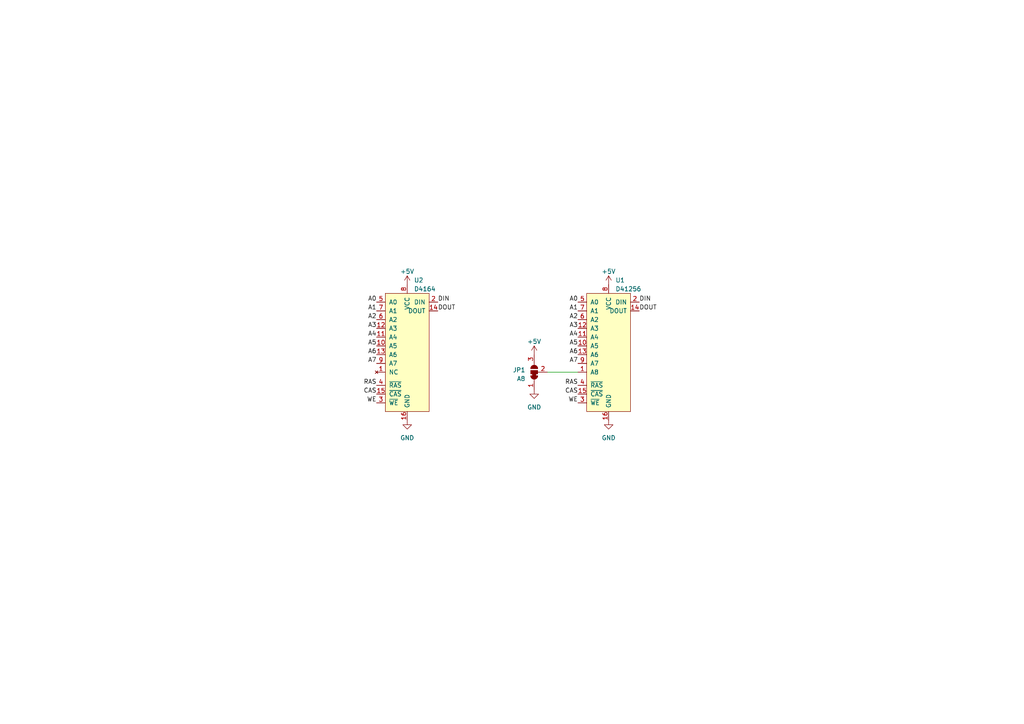
<source format=kicad_sch>
(kicad_sch (version 20230121) (generator eeschema)
  (paper "A4")
  (title_block (title "C64 RAM 41256 to 4164") (date "2023-02-19") (rev "0.1") (company "FLACO 2023") (comment 1 "CC-BY-NC-SA 4.0"))
  (lib_symbols
    (symbol "Jumper:SolderJumper_3_Bridged12" (pin_names (offset 0) hide)
      (property "Reference" "JP" (at -2.54 -2.54 0))
      (property "Value" "SolderJumper_3_Bridged12" (at 0 2.794 0))
      (symbol "SolderJumper_3_Bridged12_0_1"
        (rectangle (start -1.016 0.508) (end -0.508 -0.508) (fill (type outline)))
        (arc (start -1.016 1.016) (mid -2.0276 0) (end -1.016 -1.016))
        (arc (start -1.016 1.016) (mid -2.0276 0) (end -1.016 -1.016) (fill (type outline)))
        (rectangle (start -0.508 1.016) (end 0.508 -1.016) (fill (type outline)))
        (polyline (pts (xy -2.54 0) (xy -2.032 0)))
        (polyline (pts (xy -1.016 1.016) (xy -1.016 -1.016)))
        (polyline (pts (xy 0 -1.27) (xy 0 -1.016)))
        (polyline (pts (xy 1.016 1.016) (xy 1.016 -1.016)))
        (polyline (pts (xy 2.54 0) (xy 2.032 0)))
        (arc (start 1.016 -1.016) (mid 2.0276 0) (end 1.016 1.016))
        (arc (start 1.016 -1.016) (mid 2.0276 0) (end 1.016 1.016) (fill (type outline)))
      )
      (symbol "SolderJumper_3_Bridged12_1_1"
        (pin passive line (at -5.08 0 0) (length 2.54) (name "A") (number "1"))
        (pin passive line (at 0 -3.81 90) (length 2.54) (name "C") (number "2"))
        (pin passive line (at 5.08 0 180) (length 2.54) (name "B") (number "3"))
      )
    )
    (symbol "Sassa:D41256" (pin_names (offset 1.016))
      (property "Reference" "U" (at -6.35 15.24 0))
      (property "Value" "D41256" (at -5.08 12.7 0))
      (symbol "D41256_0_1"
        (rectangle (start -6.35 11.43) (end 6.35 -22.86) (fill (type background)))
      )
      (symbol "D41256_1_1"
        (pin input line (at -8.89 -11.43 0) (length 2.54) (name "A8") (number "1"))
        (pin input line (at -8.89 -3.81 0) (length 2.54) (name "A5") (number "10"))
        (pin input line (at -8.89 -1.27 0) (length 2.54) (name "A4") (number "11"))
        (pin input line (at -8.89 1.27 0) (length 2.54) (name "A3") (number "12"))
        (pin input line (at -8.89 -6.35 0) (length 2.54) (name "A6") (number "13"))
        (pin output line (at 8.89 6.35 180) (length 2.54) (name "DOUT") (number "14"))
        (pin input line (at -8.89 -17.78 0) (length 2.54) (name "~{CAS}") (number "15"))
        (pin power_in line (at 0 -25.4 90) (length 2.54) (name "GND") (number "16"))
        (pin input line (at 8.89 8.89 180) (length 2.54) (name "DIN") (number "2"))
        (pin input line (at -8.89 -20.32 0) (length 2.54) (name "~{WE}") (number "3"))
        (pin input line (at -8.89 -15.24 0) (length 2.54) (name "~{RAS}") (number "4"))
        (pin input line (at -8.89 8.89 0) (length 2.54) (name "A0") (number "5"))
        (pin input line (at -8.89 3.81 0) (length 2.54) (name "A2") (number "6"))
        (pin input line (at -8.89 6.35 0) (length 2.54) (name "A1") (number "7"))
        (pin power_in line (at 0 13.97 270) (length 2.54) (name "VCC") (number "8"))
        (pin input line (at -8.89 -8.89 0) (length 2.54) (name "A7") (number "9"))
      )
    )
    (symbol "Sassa:D4164" (pin_names (offset 1.016))
      (property "Reference" "U" (at -6.35 15.24 0))
      (property "Value" "D4164" (at -5.08 12.7 0))
      (symbol "D4164_0_1"
        (rectangle (start -6.35 11.43) (end 6.35 -22.86) (fill (type background)))
      )
      (symbol "D4164_1_1"
        (pin no_connect line (at -8.89 -11.43 0) (length 2.54) (name "NC") (number "1"))
        (pin input line (at -8.89 -3.81 0) (length 2.54) (name "A5") (number "10"))
        (pin input line (at -8.89 -1.27 0) (length 2.54) (name "A4") (number "11"))
        (pin input line (at -8.89 1.27 0) (length 2.54) (name "A3") (number "12"))
        (pin input line (at -8.89 -6.35 0) (length 2.54) (name "A6") (number "13"))
        (pin output line (at 8.89 6.35 180) (length 2.54) (name "DOUT") (number "14"))
        (pin input line (at -8.89 -17.78 0) (length 2.54) (name "~{CAS}") (number "15"))
        (pin power_in line (at 0 -25.4 90) (length 2.54) (name "GND") (number "16"))
        (pin input line (at 8.89 8.89 180) (length 2.54) (name "DIN") (number "2"))
        (pin input line (at -8.89 -20.32 0) (length 2.54) (name "~{WE}") (number "3"))
        (pin input line (at -8.89 -15.24 0) (length 2.54) (name "~{RAS}") (number "4"))
        (pin input line (at -8.89 8.89 0) (length 2.54) (name "A0") (number "5"))
        (pin input line (at -8.89 3.81 0) (length 2.54) (name "A2") (number "6"))
        (pin input line (at -8.89 6.35 0) (length 2.54) (name "A1") (number "7"))
        (pin power_in line (at 0 13.97 270) (length 2.54) (name "VCC") (number "8"))
        (pin input line (at -8.89 -8.89 0) (length 2.54) (name "A7") (number "9"))
      )
    )
    (symbol "power:+5V" (power) (pin_names (offset 0))
      (property "Value" "+5V" (at 0 3.556 0))
      (symbol "+5V_0_1"
        (polyline (pts (xy -0.762 1.27) (xy 0 2.54)))
        (polyline (pts (xy 0 0) (xy 0 2.54)))
        (polyline (pts (xy 0 2.54) (xy 0.762 1.27)))
      )
      (symbol "+5V_1_1"
        (pin power_in line (at 0 0 90) (length 0) hide (name "+5V") (number "1"))
      )
    )
    (symbol "power:GND" (power) (pin_names (offset 0))
      (property "Value" "GND" (at 0 -3.81 0))
      (symbol "GND_0_1"
        (polyline (pts (xy 0 0) (xy 0 -1.27) (xy 1.27 -1.27) (xy 0 -2.54) (xy -1.27 -1.27) (xy 0 -1.27)))
      )
      (symbol "GND_1_1"
        (pin power_in line (at 0 0 270) (length 0) hide (name "GND") (number "1"))
      )
    )
  )
  (wire (pts (xy 158.75 107.95) (xy 167.64 107.95)))
  (label "RAS" (at 109.22 111.76 180))
  (label "DOUT" (at 185.42 90.17 0))
  (label "RAS" (at 167.64 111.76 180))
  (label "A7" (at 167.64 105.41 180))
  (label "DOUT" (at 127 90.17 0))
  (label "A0" (at 167.64 87.63 180))
  (label "A2" (at 109.22 92.71 180))
  (label "A4" (at 109.22 97.79 180))
  (label "A4" (at 167.64 97.79 180))
  (label "DIN" (at 127 87.63 0))
  (label "A2" (at 167.64 92.71 180))
  (label "A6" (at 167.64 102.87 180))
  (label "DIN" (at 185.42 87.63 0))
  (label "A0" (at 109.22 87.63 180))
  (label "A5" (at 109.22 100.33 180))
  (label "A6" (at 109.22 102.87 180))
  (label "A1" (at 109.22 90.17 180))
  (label "A1" (at 167.64 90.17 180))
  (label "A5" (at 167.64 100.33 180))
  (label "CAS" (at 109.22 114.3 180))
  (label "WE" (at 109.22 116.84 180))
  (label "A3" (at 109.22 95.25 180))
  (label "CAS" (at 167.64 114.3 180))
  (label "WE" (at 167.64 116.84 180))
  (label "A3" (at 167.64 95.25 180))
  (label "A7" (at 109.22 105.41 180))
  (symbol (lib_id "power:+5V") (at 118.11 82.55 0) (unit 1)
    (property "Reference" "#PWR01" (effects hide))
    (property "Value" "+5V" (at 118.11 78.74 0))
  )
  (symbol (lib_id "Sassa:D41256") (at 176.53 96.52 0) (unit 1)
    (property "Reference" "U1" (at 178.4859 81.28 0) (effects (justify left)))
    (property "Value" "D41256" (at 178.4859 83.82 0) (effects (justify left)))
    (property "Footprint" "Package_DIP:DIP-16_W7.62mm" (effects hide))
  )
  (symbol (lib_id "power:GND") (at 176.53 121.92 0) (unit 1)
    (property "Reference" "#PWR04" (effects hide))
    (property "Value" "GND" (at 176.53 127 0))
  )
  (symbol (lib_id "Sassa:D4164") (at 118.11 96.52 0) (unit 1)
    (property "Reference" "U2" (at 120.0659 81.28 0) (effects (justify left)))
    (property "Value" "D4164" (at 120.0659 83.82 0) (effects (justify left)))
    (property "Footprint" "Package_DIP:DIP-16_W7.62mm" (effects hide))
  )
  (symbol (lib_id "power:GND") (at 154.94 113.03 0) (unit 1)
    (property "Reference" "#PWR06" (effects hide))
    (property "Value" "GND" (at 154.94 118.11 0))
  )
  (symbol (lib_id "Jumper:SolderJumper_3_Bridged12") (at 154.94 107.95 90) (unit 1)
    (property "Reference" "JP1" (at 152.4 107.315 90) (effects (justify left)))
    (property "Value" "A8" (at 152.4 109.855 90) (effects (justify left)))
    (property "Footprint" "Jumper:SolderJumper-3_P1.3mm_Bridged12_RoundedPad1.0x1.5mm" (effects hide))
  )
  (symbol (lib_id "power:+5V") (at 154.94 102.87 0) (unit 1)
    (property "Reference" "#PWR05" (effects hide))
    (property "Value" "+5V" (at 154.94 99.06 0))
  )
  (symbol (lib_id "power:+5V") (at 176.53 82.55 0) (unit 1)
    (property "Reference" "#PWR02" (effects hide))
    (property "Value" "+5V" (at 176.53 78.74 0))
  )
  (symbol (lib_id "power:GND") (at 118.11 121.92 0) (unit 1)
    (property "Reference" "#PWR03" (effects hide))
    (property "Value" "GND" (at 118.11 127 0))
  )
)
</source>
